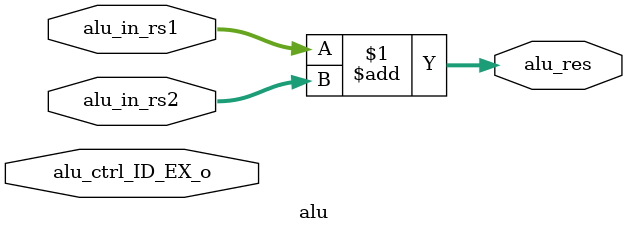
<source format=v>
module alu #( parameter DATA_WIDTH = 32)(
    input wire signed [DATA_WIDTH-1:0] alu_in_rs1,
    input wire signed [DATA_WIDTH-1:0] alu_in_rs2,
    input wire [3:0] alu_ctrl_ID_EX_o,
    output wire signed [DATA_WIDTH-1:0] alu_res
);

assign alu_res = alu_in_rs1 + alu_in_rs2;

endmodule
</source>
